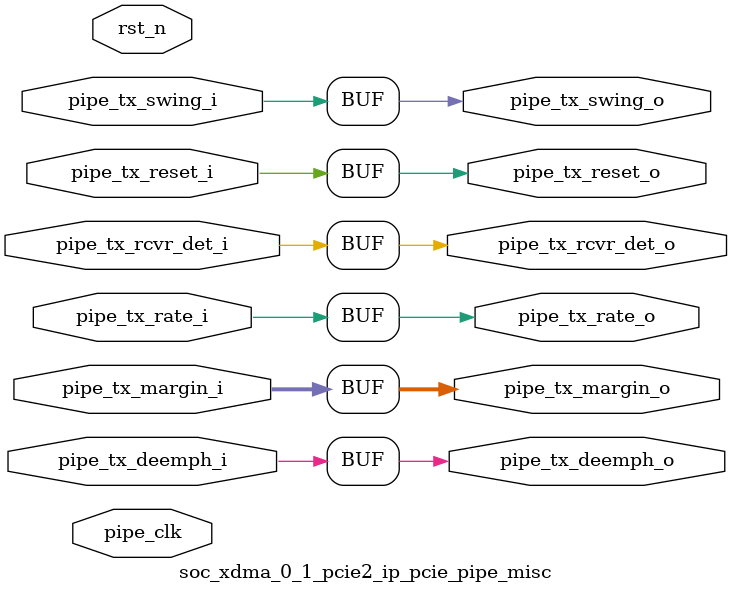
<source format=v>

`timescale 1ps/1ps

(* DowngradeIPIdentifiedWarnings = "yes" *)
module soc_xdma_0_1_pcie2_ip_pcie_pipe_misc #
(
    parameter        PIPE_PIPELINE_STAGES = 0,    // 0 - 0 stages, 1 - 1 stage, 2 - 2 stages
    parameter TCQ  = 1 // synthesis warning solved: parameter declaration becomes local
)
(

    input   wire        pipe_tx_rcvr_det_i       ,     // PIPE Tx Receiver Detect
    input   wire        pipe_tx_reset_i          ,     // PIPE Tx Reset
    input   wire        pipe_tx_rate_i           ,     // PIPE Tx Rate
    input   wire        pipe_tx_deemph_i         ,     // PIPE Tx Deemphasis
    input   wire [2:0]  pipe_tx_margin_i         ,     // PIPE Tx Margin
    input   wire        pipe_tx_swing_i          ,     // PIPE Tx Swing

    output  wire        pipe_tx_rcvr_det_o       ,     // Pipelined PIPE Tx Receiver Detect
    output  wire        pipe_tx_reset_o          ,     // Pipelined PIPE Tx Reset
    output  wire        pipe_tx_rate_o           ,     // Pipelined PIPE Tx Rate
    output  wire        pipe_tx_deemph_o         ,     // Pipelined PIPE Tx Deemphasis
    output  wire [2:0]  pipe_tx_margin_o         ,     // Pipelined PIPE Tx Margin
    output  wire        pipe_tx_swing_o          ,     // Pipelined PIPE Tx Swing

    input   wire        pipe_clk                ,      // PIPE Clock
    input   wire        rst_n                          // Reset
);

//******************************************************************//
// Reality check.                                                   //
//******************************************************************//

//    parameter TCQ  = 1;      // clock to out delay model

    generate

    if (PIPE_PIPELINE_STAGES == 0) begin : pipe_stages_0

        assign pipe_tx_rcvr_det_o = pipe_tx_rcvr_det_i;
        assign pipe_tx_reset_o  = pipe_tx_reset_i;
        assign pipe_tx_rate_o = pipe_tx_rate_i;
        assign pipe_tx_deemph_o = pipe_tx_deemph_i;
        assign pipe_tx_margin_o = pipe_tx_margin_i;
        assign pipe_tx_swing_o = pipe_tx_swing_i;

    end // if (PIPE_PIPELINE_STAGES == 0)
    else if (PIPE_PIPELINE_STAGES == 1) begin : pipe_stages_1

    reg                pipe_tx_rcvr_det_q       ;
    reg                pipe_tx_reset_q          ;
    reg                pipe_tx_rate_q           ;
    reg                pipe_tx_deemph_q         ;
    reg [2:0]          pipe_tx_margin_q         ;
    reg                pipe_tx_swing_q          ;

        always @(posedge pipe_clk) begin

        if (rst_n)
        begin

            pipe_tx_rcvr_det_q <= #TCQ 0;
            pipe_tx_reset_q  <= #TCQ 1'b1;
            pipe_tx_rate_q <= #TCQ 0;
            pipe_tx_deemph_q <= #TCQ 1'b1;
            pipe_tx_margin_q <= #TCQ 0;
            pipe_tx_swing_q <= #TCQ 0;

        end
        else
        begin

            pipe_tx_rcvr_det_q <= #TCQ pipe_tx_rcvr_det_i;
            pipe_tx_reset_q  <= #TCQ pipe_tx_reset_i;
            pipe_tx_rate_q <= #TCQ pipe_tx_rate_i;
            pipe_tx_deemph_q <= #TCQ pipe_tx_deemph_i;
            pipe_tx_margin_q <= #TCQ pipe_tx_margin_i;
            pipe_tx_swing_q <= #TCQ pipe_tx_swing_i;

          end

        end

        assign pipe_tx_rcvr_det_o = pipe_tx_rcvr_det_q;
        assign pipe_tx_reset_o  = pipe_tx_reset_q;
        assign pipe_tx_rate_o = pipe_tx_rate_q;
        assign pipe_tx_deemph_o = pipe_tx_deemph_q;
        assign pipe_tx_margin_o = pipe_tx_margin_q;
        assign pipe_tx_swing_o = pipe_tx_swing_q;

    end // if (PIPE_PIPELINE_STAGES == 1)
    else if (PIPE_PIPELINE_STAGES == 2) begin : pipe_stages_2

    reg                pipe_tx_rcvr_det_q       ;
    reg                pipe_tx_reset_q          ;
    reg                pipe_tx_rate_q           ;
    reg                pipe_tx_deemph_q         ;
    reg [2:0]          pipe_tx_margin_q         ;
    reg                pipe_tx_swing_q          ;

    reg                pipe_tx_rcvr_det_qq      ;
    reg                pipe_tx_reset_qq         ;
    reg                pipe_tx_rate_qq          ;
    reg                pipe_tx_deemph_qq        ;
    reg [2:0]          pipe_tx_margin_qq        ;
    reg                pipe_tx_swing_qq         ;

        always @(posedge pipe_clk) begin

        if (rst_n)
        begin

            pipe_tx_rcvr_det_q <= #TCQ 0;
            pipe_tx_reset_q  <= #TCQ 1'b1;
            pipe_tx_rate_q <= #TCQ 0;
            pipe_tx_deemph_q <= #TCQ 1'b1;
            pipe_tx_margin_q <= #TCQ 0;
            pipe_tx_swing_q <= #TCQ 0;

            pipe_tx_rcvr_det_qq <= #TCQ 0;
            pipe_tx_reset_qq  <= #TCQ 1'b1;
            pipe_tx_rate_qq <= #TCQ 0;
            pipe_tx_deemph_qq <= #TCQ 1'b1;
            pipe_tx_margin_qq <= #TCQ 0;
            pipe_tx_swing_qq <= #TCQ 0;

        end
        else
        begin

            pipe_tx_rcvr_det_q <= #TCQ pipe_tx_rcvr_det_i;
            pipe_tx_reset_q  <= #TCQ pipe_tx_reset_i;
            pipe_tx_rate_q <= #TCQ pipe_tx_rate_i;
            pipe_tx_deemph_q <= #TCQ pipe_tx_deemph_i;
            pipe_tx_margin_q <= #TCQ pipe_tx_margin_i;
            pipe_tx_swing_q <= #TCQ pipe_tx_swing_i;

            pipe_tx_rcvr_det_qq <= #TCQ pipe_tx_rcvr_det_q;
            pipe_tx_reset_qq  <= #TCQ pipe_tx_reset_q;
            pipe_tx_rate_qq <= #TCQ pipe_tx_rate_q;
            pipe_tx_deemph_qq <= #TCQ pipe_tx_deemph_q;
            pipe_tx_margin_qq <= #TCQ pipe_tx_margin_q;
            pipe_tx_swing_qq <= #TCQ pipe_tx_swing_q;

          end

        end

        assign pipe_tx_rcvr_det_o = pipe_tx_rcvr_det_qq;
        assign pipe_tx_reset_o  = pipe_tx_reset_qq;
        assign pipe_tx_rate_o = pipe_tx_rate_qq;
        assign pipe_tx_deemph_o = pipe_tx_deemph_qq;
        assign pipe_tx_margin_o = pipe_tx_margin_qq;
        assign pipe_tx_swing_o = pipe_tx_swing_qq;

    end // if (PIPE_PIPELINE_STAGES == 2)

    endgenerate

endmodule


</source>
